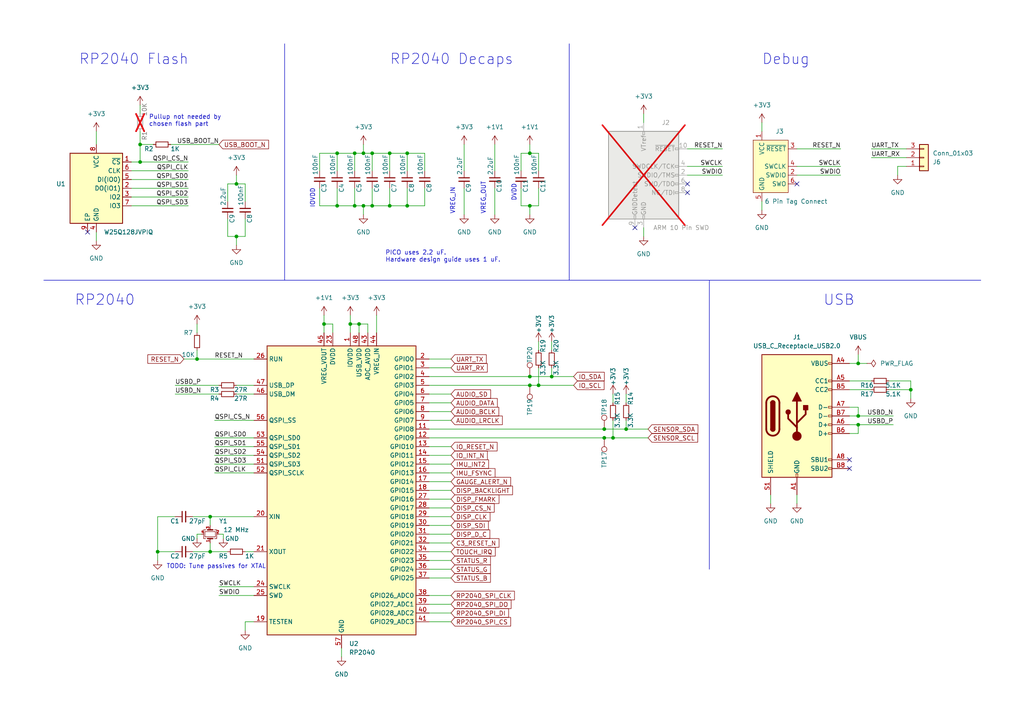
<source format=kicad_sch>
(kicad_sch (version 20230121) (generator eeschema)
  (paper "A4")
  (title_block (title "Kudzu") (date "2023-09-26") (rev "1") (company "Copyright 2023 The Pigweed Authors"))
  (lib_symbols
    (symbol "Connector:Conn_ARM_JTAG_SWD_10" (pin_names (offset 1.016))
      (property "Reference" "J" (at -2.54 16.51 0))
      (property "Value" "Conn_ARM_JTAG_SWD_10" (at -2.54 13.97 0))
      (symbol "Conn_ARM_JTAG_SWD_10_1_1"
        (pin power_in line (at 0 15.24 270) (length 2.54) (name "VTref") (number "1"))
        (pin open_collector line (at 12.7 7.62 180) (length 2.54) (name "~{RESET}") (number "10"))
        (pin bidirectional line (at 12.7 0 180) (length 2.54) (name "SWDIO/TMS") (number "2"))
        (pin power_in line (at 0 -15.24 90) (length 2.54) (name "GND") (number "3"))
        (pin output line (at 12.7 2.54 180) (length 2.54) (name "SWDCLK/TCK") (number "4"))
        (pin passive line (at 0 -15.24 90) (length 2.54) hide (name "GND") (number "5"))
        (pin input line (at 12.7 -2.54 180) (length 2.54) (name "SWO/TDO") (number "6"))
        (pin no_connect line (at -10.16 0 0) (length 2.54) hide (name "KEY") (number "7"))
        (pin output line (at 12.7 -5.08 180) (length 2.54) (name "NC/TDI") (number "8"))
        (pin passive line (at -2.54 -15.24 90) (length 2.54) (name "GNDDetect") (number "9"))
      )
    )
    (symbol "Connector:Conn_ARM_SWD_TagConnect_TC2030-NL" (in_bom no)
      (property "Reference" "J" (at 2.54 11.43 0))
      (property "Value" "Conn_ARM_SWD_TagConnect_TC2030-NL" (at 2.54 8.89 0))
      (symbol "Conn_ARM_SWD_TagConnect_TC2030-NL_0_0"
        (pin power_in line (at -2.54 10.16 270) (length 2.54) (name "VCC") (number "1"))
        (pin bidirectional line (at 7.62 -2.54 180) (length 2.54) (name "SWDIO") (number "2"))
        (pin open_collector line (at 7.62 5.08 180) (length 2.54) (name "~{RESET}") (number "3"))
        (pin output line (at 7.62 0 180) (length 2.54) (name "SWCLK") (number "4"))
        (pin power_in line (at -2.54 -10.16 90) (length 2.54) (name "GND") (number "5"))
        (pin input line (at 7.62 -5.08 180) (length 2.54) (name "SWO") (number "6"))
      )
    )
    (symbol "Connector:TestPoint" (pin_numbers hide) (pin_names (offset 0.762) hide)
      (property "Reference" "TP" (at 0 6.858 0))
      (property "Value" "TestPoint" (at 0 5.08 0))
      (symbol "TestPoint_1_1"
        (pin passive line (at 0 0 90) (length 2.54) (name "1") (number "1"))
      )
    )
    (symbol "Connector:USB_C_Receptacle_USB2.0" (pin_names (offset 1.016))
      (property "Reference" "J" (at -10.16 19.05 0))
      (property "Value" "USB_C_Receptacle_USB2.0" (at 19.05 19.05 0))
      (symbol "USB_C_Receptacle_USB2.0_1_1"
        (pin passive line (at 0 -22.86 90) (length 5.08) (name "GND") (number "A1"))
        (pin passive line (at 0 -22.86 90) (length 5.08) hide (name "GND") (number "A12"))
        (pin passive line (at 15.24 15.24 180) (length 5.08) (name "VBUS") (number "A4"))
        (pin bidirectional line (at 15.24 10.16 180) (length 5.08) (name "CC1") (number "A5"))
        (pin bidirectional line (at 15.24 -2.54 180) (length 5.08) (name "D+") (number "A6"))
        (pin bidirectional line (at 15.24 2.54 180) (length 5.08) (name "D-") (number "A7"))
        (pin bidirectional line (at 15.24 -12.7 180) (length 5.08) (name "SBU1") (number "A8"))
        (pin passive line (at 15.24 15.24 180) (length 5.08) hide (name "VBUS") (number "A9"))
        (pin passive line (at 0 -22.86 90) (length 5.08) hide (name "GND") (number "B1"))
        (pin passive line (at 0 -22.86 90) (length 5.08) hide (name "GND") (number "B12"))
        (pin passive line (at 15.24 15.24 180) (length 5.08) hide (name "VBUS") (number "B4"))
        (pin bidirectional line (at 15.24 7.62 180) (length 5.08) (name "CC2") (number "B5"))
        (pin bidirectional line (at 15.24 -5.08 180) (length 5.08) (name "D+") (number "B6"))
        (pin bidirectional line (at 15.24 0 180) (length 5.08) (name "D-") (number "B7"))
        (pin bidirectional line (at 15.24 -15.24 180) (length 5.08) (name "SBU2") (number "B8"))
        (pin passive line (at 15.24 15.24 180) (length 5.08) hide (name "VBUS") (number "B9"))
        (pin passive line (at -7.62 -22.86 90) (length 5.08) (name "SHIELD") (number "S1"))
      )
    )
    (symbol "Connector_Generic:Conn_01x03" (pin_names (offset 1.016) hide)
      (property "Reference" "J" (at 0 5.08 0))
      (property "Value" "Conn_01x03" (at 0 -5.08 0))
      (symbol "Conn_01x03_1_1"
        (pin passive line (at -5.08 2.54 0) (length 3.81) (name "Pin_1") (number "1"))
        (pin passive line (at -5.08 0 0) (length 3.81) (name "Pin_2") (number "2"))
        (pin passive line (at -5.08 -2.54 0) (length 3.81) (name "Pin_3") (number "3"))
      )
    )
    (symbol "Device:C_Small" (pin_numbers hide) (pin_names (offset 0.254) hide)
      (property "Reference" "C" (at 0.254 1.778 0))
      (property "Value" "C_Small" (at 0.254 -2.032 0))
      (symbol "C_Small_1_1"
        (pin passive line (at 0 2.54 270) (length 2.032) (name "~") (number "1"))
        (pin passive line (at 0 -2.54 90) (length 2.032) (name "~") (number "2"))
      )
    )
    (symbol "Device:Crystal_GND24_Small" (pin_names (offset 1.016) hide)
      (property "Reference" "Y" (at 1.27 4.445 0))
      (property "Value" "Crystal_GND24_Small" (at 1.27 2.54 0))
      (symbol "Crystal_GND24_Small_1_1"
        (pin passive line (at -2.54 0 0) (length 1.27) (name "1") (number "1"))
        (pin passive line (at 0 -2.54 90) (length 0.635) (name "2") (number "2"))
        (pin passive line (at 2.54 0 180) (length 1.27) (name "3") (number "3"))
        (pin passive line (at 0 2.54 270) (length 0.635) (name "4") (number "4"))
      )
    )
    (symbol "Device:R_Small" (pin_numbers hide) (pin_names (offset 0.254) hide)
      (property "Reference" "R" (at 0.762 0.508 0))
      (property "Value" "R_Small" (at 0.762 -1.016 0))
      (symbol "R_Small_1_1"
        (pin passive line (at 0 2.54 270) (length 0.762) (name "~") (number "1"))
        (pin passive line (at 0 -2.54 90) (length 0.762) (name "~") (number "2"))
      )
    )
    (symbol "MCU_RaspberryPi:RP2040"
      (property "Reference" "U" (at 17.78 45.72 0))
      (property "Value" "RP2040" (at 17.78 43.18 0))
      (symbol "RP2040_1_1"
        (pin power_in line (at 2.54 45.72 270) (length 3.81) (name "IOVDD") (number "1"))
        (pin passive line (at 2.54 45.72 270) (length 3.81) hide (name "IOVDD") (number "10"))
        (pin bidirectional line (at 25.4 17.78 180) (length 3.81) (name "GPIO8") (number "11"))
        (pin bidirectional line (at 25.4 15.24 180) (length 3.81) (name "GPIO9") (number "12"))
        (pin bidirectional line (at 25.4 12.7 180) (length 3.81) (name "GPIO10") (number "13"))
        (pin bidirectional line (at 25.4 10.16 180) (length 3.81) (name "GPIO11") (number "14"))
        (pin bidirectional line (at 25.4 7.62 180) (length 3.81) (name "GPIO12") (number "15"))
        (pin bidirectional line (at 25.4 5.08 180) (length 3.81) (name "GPIO13") (number "16"))
        (pin bidirectional line (at 25.4 2.54 180) (length 3.81) (name "GPIO14") (number "17"))
        (pin bidirectional line (at 25.4 0 180) (length 3.81) (name "GPIO15") (number "18"))
        (pin input line (at -25.4 -38.1 0) (length 3.81) (name "TESTEN") (number "19"))
        (pin bidirectional line (at 25.4 38.1 180) (length 3.81) (name "GPIO0") (number "2"))
        (pin input line (at -25.4 -7.62 0) (length 3.81) (name "XIN") (number "20"))
        (pin passive line (at -25.4 -17.78 0) (length 3.81) (name "XOUT") (number "21"))
        (pin passive line (at 2.54 45.72 270) (length 3.81) hide (name "IOVDD") (number "22"))
        (pin power_in line (at -2.54 45.72 270) (length 3.81) (name "DVDD") (number "23"))
        (pin input line (at -25.4 -27.94 0) (length 3.81) (name "SWCLK") (number "24"))
        (pin bidirectional line (at -25.4 -30.48 0) (length 3.81) (name "SWD") (number "25"))
        (pin input line (at -25.4 38.1 0) (length 3.81) (name "RUN") (number "26"))
        (pin bidirectional line (at 25.4 -2.54 180) (length 3.81) (name "GPIO16") (number "27"))
        (pin bidirectional line (at 25.4 -5.08 180) (length 3.81) (name "GPIO17") (number "28"))
        (pin bidirectional line (at 25.4 -7.62 180) (length 3.81) (name "GPIO18") (number "29"))
        (pin bidirectional line (at 25.4 35.56 180) (length 3.81) (name "GPIO1") (number "3"))
        (pin bidirectional line (at 25.4 -10.16 180) (length 3.81) (name "GPIO19") (number "30"))
        (pin bidirectional line (at 25.4 -12.7 180) (length 3.81) (name "GPIO20") (number "31"))
        (pin bidirectional line (at 25.4 -15.24 180) (length 3.81) (name "GPIO21") (number "32"))
        (pin passive line (at 2.54 45.72 270) (length 3.81) hide (name "IOVDD") (number "33"))
        (pin bidirectional line (at 25.4 -17.78 180) (length 3.81) (name "GPIO22") (number "34"))
        (pin bidirectional line (at 25.4 -20.32 180) (length 3.81) (name "GPIO23") (number "35"))
        (pin bidirectional line (at 25.4 -22.86 180) (length 3.81) (name "GPIO24") (number "36"))
        (pin bidirectional line (at 25.4 -25.4 180) (length 3.81) (name "GPIO25") (number "37"))
        (pin bidirectional line (at 25.4 -30.48 180) (length 3.81) (name "GPIO26_ADC0") (number "38"))
        (pin bidirectional line (at 25.4 -33.02 180) (length 3.81) (name "GPIO27_ADC1") (number "39"))
        (pin bidirectional line (at 25.4 33.02 180) (length 3.81) (name "GPIO2") (number "4"))
        (pin bidirectional line (at 25.4 -35.56 180) (length 3.81) (name "GPIO28_ADC2") (number "40"))
        (pin bidirectional line (at 25.4 -38.1 180) (length 3.81) (name "GPIO29_ADC3") (number "41"))
        (pin passive line (at 2.54 45.72 270) (length 3.81) hide (name "IOVDD") (number "42"))
        (pin power_in line (at 7.62 45.72 270) (length 3.81) (name "ADC_AVDD") (number "43"))
        (pin power_in line (at 10.16 45.72 270) (length 3.81) (name "VREG_IN") (number "44"))
        (pin power_out line (at -5.08 45.72 270) (length 3.81) (name "VREG_VOUT") (number "45"))
        (pin bidirectional line (at -25.4 27.94 0) (length 3.81) (name "USB_DM") (number "46"))
        (pin bidirectional line (at -25.4 30.48 0) (length 3.81) (name "USB_DP") (number "47"))
        (pin power_in line (at 5.08 45.72 270) (length 3.81) (name "USB_VDD") (number "48"))
        (pin passive line (at 2.54 45.72 270) (length 3.81) hide (name "IOVDD") (number "49"))
        (pin bidirectional line (at 25.4 30.48 180) (length 3.81) (name "GPIO3") (number "5"))
        (pin passive line (at -2.54 45.72 270) (length 3.81) hide (name "DVDD") (number "50"))
        (pin bidirectional line (at -25.4 7.62 0) (length 3.81) (name "QSPI_SD3") (number "51"))
        (pin output line (at -25.4 5.08 0) (length 3.81) (name "QSPI_SCLK") (number "52"))
        (pin bidirectional line (at -25.4 15.24 0) (length 3.81) (name "QSPI_SD0") (number "53"))
        (pin bidirectional line (at -25.4 10.16 0) (length 3.81) (name "QSPI_SD2") (number "54"))
        (pin bidirectional line (at -25.4 12.7 0) (length 3.81) (name "QSPI_SD1") (number "55"))
        (pin bidirectional line (at -25.4 20.32 0) (length 3.81) (name "QSPI_SS") (number "56"))
        (pin power_in line (at 0 -45.72 90) (length 3.81) (name "GND") (number "57"))
        (pin bidirectional line (at 25.4 27.94 180) (length 3.81) (name "GPIO4") (number "6"))
        (pin bidirectional line (at 25.4 25.4 180) (length 3.81) (name "GPIO5") (number "7"))
        (pin bidirectional line (at 25.4 22.86 180) (length 3.81) (name "GPIO6") (number "8"))
        (pin bidirectional line (at 25.4 20.32 180) (length 3.81) (name "GPIO7") (number "9"))
      )
    )
    (symbol "Memory_Flash:W25Q32JVZP"
      (property "Reference" "U" (at -6.35 11.43 0))
      (property "Value" "W25Q32JVZP" (at 7.62 11.43 0))
      (symbol "W25Q32JVZP_1_1"
        (pin input line (at -10.16 7.62 0) (length 2.54) (name "~{CS}") (number "1"))
        (pin bidirectional line (at -10.16 0 0) (length 2.54) (name "DO(IO1)") (number "2"))
        (pin bidirectional line (at -10.16 -2.54 0) (length 2.54) (name "IO2") (number "3"))
        (pin power_in line (at 0 -12.7 90) (length 2.54) (name "GND") (number "4"))
        (pin bidirectional line (at -10.16 2.54 0) (length 2.54) (name "DI(IO0)") (number "5"))
        (pin input line (at -10.16 5.08 0) (length 2.54) (name "CLK") (number "6"))
        (pin bidirectional line (at -10.16 -5.08 0) (length 2.54) (name "IO3") (number "7"))
        (pin power_in line (at 0 12.7 270) (length 2.54) (name "VCC") (number "8"))
        (pin passive line (at 2.54 -12.7 90) (length 2.54) (name "EP") (number "9"))
      )
    )
    (symbol "power:+1V1" (power) (pin_names (offset 0))
      (property "Value" "+1V1" (at 0 3.556 0))
      (symbol "+1V1_1_1"
        (pin power_in line (at 0 0 90) (length 0) hide (name "+1V1") (number "1"))
      )
    )
    (symbol "power:+3V3" (power) (pin_names (offset 0))
      (property "Value" "+3V3" (at 0 3.556 0))
      (symbol "+3V3_1_1"
        (pin power_in line (at 0 0 90) (length 0) hide (name "+3V3") (number "1"))
      )
    )
    (symbol "power:GND" (power) (pin_names (offset 0))
      (property "Value" "GND" (at 0 -3.81 0))
      (symbol "GND_1_1"
        (pin power_in line (at 0 0 270) (length 0) hide (name "GND") (number "1"))
      )
    )
    (symbol "power:PWR_FLAG" (power) (pin_numbers hide) (pin_names (offset 0) hide)
      (property "Value" "PWR_FLAG" (at 0 3.81 0))
      (symbol "PWR_FLAG_0_0"
        (pin power_out line (at 0 0 90) (length 0) (name "pwr") (number "1"))
      )
    )
    (symbol "power:VBUS" (power) (pin_names (offset 0))
      (property "Value" "VBUS" (at 0 3.81 0))
      (symbol "VBUS_1_1"
        (pin power_in line (at 0 0 90) (length 0) hide (name "VBUS") (number "1"))
      )
    )
  )
  (junction (at 102.87 44.45))
  (junction (at 68.58 68.58))
  (junction (at 248.92 120.65))
  (junction (at 68.58 53.34))
  (junction (at 153.67 109.22))
  (junction (at 60.96 160.02))
  (junction (at 97.79 59.69))
  (junction (at 156.21 111.76))
  (junction (at 102.87 59.69))
  (junction (at 104.14 93.98))
  (junction (at 160.02 109.22))
  (junction (at 248.92 105.41))
  (junction (at 118.11 59.69))
  (junction (at 118.11 44.45))
  (junction (at 264.16 113.03))
  (junction (at 181.61 124.46))
  (junction (at 57.15 104.14))
  (junction (at 175.26 127))
  (junction (at 93.98 93.98))
  (junction (at 40.64 46.99))
  (junction (at 107.95 44.45))
  (junction (at 248.92 123.19))
  (junction (at 97.79 44.45))
  (junction (at 153.67 111.76))
  (junction (at 107.95 59.69))
  (junction (at 40.64 41.91))
  (junction (at 105.41 59.69))
  (junction (at 60.96 149.86))
  (junction (at 45.72 160.02))
  (junction (at 153.67 44.45))
  (junction (at 105.41 44.45))
  (junction (at 113.03 59.69))
  (junction (at 101.6 93.98))
  (junction (at 113.03 44.45))
  (junction (at 177.8 127))
  (junction (at 175.26 124.46))
  (junction (at 153.67 59.69))
  (no_connect (at 184.15 66.04))
  (no_connect (at 199.39 53.34))
  (no_connect (at 199.39 55.88))
  (no_connect (at 25.4 67.31))
  (no_connect (at 246.38 133.35))
  (no_connect (at 231.14 53.34))
  (no_connect (at 246.38 135.89))
  (wire (pts (xy 134.62 54.61) (xy 134.62 62.23)))
  (wire (pts (xy 123.19 44.45) (xy 123.19 49.53)))
  (wire (pts (xy 73.66 180.34) (xy 71.12 180.34)))
  (wire (pts (xy 124.46 149.86) (xy 130.81 149.86)))
  (wire (pts (xy 124.46 124.46) (xy 175.26 124.46)))
  (polyline (pts (xy 82.55 12.7) (xy 82.55 81.28)))
  (wire (pts (xy 124.46 134.62) (xy 130.81 134.62)))
  (wire (pts (xy 57.15 156.21) (xy 57.15 154.94)))
  (wire (pts (xy 62.23 134.62) (xy 73.66 134.62)))
  (wire (pts (xy 153.67 59.69) (xy 151.13 59.69)))
  (wire (pts (xy 66.04 63.5) (xy 66.04 68.58)))
  (wire (pts (xy 93.98 93.98) (xy 93.98 96.52)))
  (wire (pts (xy 248.92 105.41) (xy 251.46 105.41)))
  (wire (pts (xy 113.03 54.61) (xy 113.03 59.69)))
  (wire (pts (xy 113.03 44.45) (xy 118.11 44.45)))
  (wire (pts (xy 156.21 111.76) (xy 166.37 111.76)))
  (wire (pts (xy 38.1 49.53) (xy 54.61 49.53)))
  (wire (pts (xy 156.21 49.53) (xy 156.21 44.45)))
  (wire (pts (xy 124.46 162.56) (xy 130.81 162.56)))
  (wire (pts (xy 96.52 93.98) (xy 93.98 93.98)))
  (wire (pts (xy 102.87 44.45) (xy 105.41 44.45)))
  (wire (pts (xy 66.04 160.02) (xy 60.96 160.02)))
  (wire (pts (xy 93.98 91.44) (xy 93.98 93.98)))
  (wire (pts (xy 118.11 44.45) (xy 118.11 49.53)))
  (wire (pts (xy 124.46 139.7) (xy 130.81 139.7)))
  (wire (pts (xy 57.15 104.14) (xy 73.66 104.14)))
  (wire (pts (xy 231.14 50.8) (xy 243.84 50.8)))
  (wire (pts (xy 177.8 121.92) (xy 177.8 127)))
  (wire (pts (xy 92.71 44.45) (xy 92.71 49.53)))
  (wire (pts (xy 153.67 44.45) (xy 151.13 44.45)))
  (wire (pts (xy 124.46 119.38) (xy 130.81 119.38)))
  (wire (pts (xy 151.13 59.69) (xy 151.13 54.61)))
  (wire (pts (xy 97.79 49.53) (xy 97.79 44.45)))
  (wire (pts (xy 107.95 54.61) (xy 107.95 59.69)))
  (wire (pts (xy 107.95 44.45) (xy 107.95 49.53)))
  (wire (pts (xy 40.64 41.91) (xy 44.45 41.91)))
  (wire (pts (xy 118.11 44.45) (xy 123.19 44.45)))
  (wire (pts (xy 153.67 109.22) (xy 160.02 109.22)))
  (wire (pts (xy 57.15 154.94) (xy 58.42 154.94)))
  (wire (pts (xy 153.67 41.91) (xy 153.67 44.45)))
  (wire (pts (xy 49.53 41.91) (xy 63.5 41.91)))
  (wire (pts (xy 199.39 48.26) (xy 209.55 48.26)))
  (wire (pts (xy 40.64 41.91) (xy 40.64 46.99)))
  (wire (pts (xy 252.73 45.72) (xy 262.89 45.72)))
  (wire (pts (xy 223.52 143.51) (xy 223.52 146.05)))
  (wire (pts (xy 160.02 109.22) (xy 166.37 109.22)))
  (wire (pts (xy 143.51 41.91) (xy 143.51 49.53)))
  (wire (pts (xy 199.39 43.18) (xy 209.55 43.18)))
  (wire (pts (xy 124.46 137.16) (xy 130.81 137.16)))
  (wire (pts (xy 124.46 121.92) (xy 130.81 121.92)))
  (wire (pts (xy 124.46 106.68) (xy 130.81 106.68)))
  (wire (pts (xy 50.8 111.76) (xy 63.5 111.76)))
  (wire (pts (xy 62.23 129.54) (xy 73.66 129.54)))
  (wire (pts (xy 262.89 48.26) (xy 260.35 48.26)))
  (wire (pts (xy 71.12 68.58) (xy 71.12 63.5)))
  (wire (pts (xy 153.67 59.69) (xy 156.21 59.69)))
  (wire (pts (xy 102.87 44.45) (xy 102.87 49.53)))
  (polyline (pts (xy 165.1 12.7) (xy 165.1 81.28)))
  (wire (pts (xy 96.52 96.52) (xy 96.52 93.98)))
  (wire (pts (xy 124.46 109.22) (xy 153.67 109.22)))
  (polyline (pts (xy 205.74 81.28) (xy 205.74 165.1)))
  (wire (pts (xy 246.38 113.03) (xy 252.73 113.03)))
  (wire (pts (xy 220.98 35.56) (xy 220.98 38.1)))
  (wire (pts (xy 62.23 137.16) (xy 73.66 137.16)))
  (wire (pts (xy 27.94 38.1) (xy 27.94 41.91)))
  (wire (pts (xy 101.6 93.98) (xy 101.6 96.52)))
  (wire (pts (xy 38.1 57.15) (xy 54.61 57.15)))
  (wire (pts (xy 68.58 50.8) (xy 68.58 53.34)))
  (wire (pts (xy 124.46 144.78) (xy 130.81 144.78)))
  (wire (pts (xy 124.46 157.48) (xy 130.81 157.48)))
  (wire (pts (xy 246.38 105.41) (xy 248.92 105.41)))
  (wire (pts (xy 57.15 101.6) (xy 57.15 104.14)))
  (wire (pts (xy 68.58 114.3) (xy 73.66 114.3)))
  (wire (pts (xy 64.77 154.94) (xy 64.77 156.21)))
  (wire (pts (xy 97.79 44.45) (xy 92.71 44.45)))
  (wire (pts (xy 124.46 116.84) (xy 130.81 116.84)))
  (wire (pts (xy 106.68 96.52) (xy 106.68 93.98)))
  (wire (pts (xy 124.46 147.32) (xy 130.81 147.32)))
  (wire (pts (xy 27.94 67.31) (xy 27.94 69.85)))
  (wire (pts (xy 248.92 118.11) (xy 248.92 120.65)))
  (wire (pts (xy 248.92 123.19) (xy 248.92 125.73)))
  (wire (pts (xy 107.95 59.69) (xy 113.03 59.69)))
  (wire (pts (xy 199.39 50.8) (xy 209.55 50.8)))
  (wire (pts (xy 104.14 96.52) (xy 104.14 93.98)))
  (wire (pts (xy 181.61 121.92) (xy 181.61 124.46)))
  (wire (pts (xy 153.67 111.76) (xy 156.21 111.76)))
  (wire (pts (xy 105.41 41.91) (xy 105.41 44.45)))
  (wire (pts (xy 151.13 44.45) (xy 151.13 49.53)))
  (wire (pts (xy 109.22 91.44) (xy 109.22 96.52)))
  (wire (pts (xy 45.72 160.02) (xy 45.72 162.56)))
  (wire (pts (xy 264.16 113.03) (xy 264.16 115.57)))
  (wire (pts (xy 134.62 41.91) (xy 134.62 49.53)))
  (wire (pts (xy 124.46 152.4) (xy 130.81 152.4)))
  (wire (pts (xy 38.1 46.99) (xy 40.64 46.99)))
  (wire (pts (xy 45.72 149.86) (xy 50.8 149.86)))
  (wire (pts (xy 60.96 149.86) (xy 60.96 152.4)))
  (wire (pts (xy 62.23 132.08) (xy 73.66 132.08)))
  (wire (pts (xy 123.19 54.61) (xy 123.19 59.69)))
  (wire (pts (xy 124.46 167.64) (xy 130.81 167.64)))
  (wire (pts (xy 257.81 113.03) (xy 264.16 113.03)))
  (wire (pts (xy 105.41 59.69) (xy 107.95 59.69)))
  (wire (pts (xy 231.14 43.18) (xy 243.84 43.18)))
  (wire (pts (xy 248.92 120.65) (xy 246.38 120.65)))
  (wire (pts (xy 38.1 54.61) (xy 54.61 54.61)))
  (wire (pts (xy 71.12 53.34) (xy 71.12 58.42)))
  (wire (pts (xy 181.61 124.46) (xy 187.96 124.46)))
  (wire (pts (xy 62.23 127) (xy 73.66 127)))
  (wire (pts (xy 107.95 44.45) (xy 113.03 44.45)))
  (wire (pts (xy 63.5 172.72) (xy 73.66 172.72)))
  (wire (pts (xy 53.34 104.14) (xy 57.15 104.14)))
  (wire (pts (xy 160.02 106.68) (xy 160.02 109.22)))
  (wire (pts (xy 97.79 59.69) (xy 102.87 59.69)))
  (wire (pts (xy 68.58 53.34) (xy 71.12 53.34)))
  (wire (pts (xy 257.81 110.49) (xy 264.16 110.49)))
  (wire (pts (xy 175.26 124.46) (xy 181.61 124.46)))
  (wire (pts (xy 102.87 59.69) (xy 105.41 59.69)))
  (wire (pts (xy 57.15 93.98) (xy 57.15 96.52)))
  (wire (pts (xy 60.96 157.48) (xy 60.96 160.02)))
  (wire (pts (xy 40.64 38.1) (xy 40.64 41.91)))
  (wire (pts (xy 66.04 58.42) (xy 66.04 53.34)))
  (wire (pts (xy 40.64 30.48) (xy 40.64 33.02)))
  (wire (pts (xy 68.58 68.58) (xy 68.58 71.12)))
  (wire (pts (xy 186.69 66.04) (xy 186.69 68.58)))
  (wire (pts (xy 66.04 68.58) (xy 68.58 68.58)))
  (wire (pts (xy 124.46 111.76) (xy 153.67 111.76)))
  (wire (pts (xy 38.1 59.69) (xy 54.61 59.69)))
  (wire (pts (xy 99.06 187.96) (xy 99.06 190.5)))
  (wire (pts (xy 124.46 177.8) (xy 130.81 177.8)))
  (wire (pts (xy 124.46 160.02) (xy 130.81 160.02)))
  (wire (pts (xy 102.87 54.61) (xy 102.87 59.69)))
  (wire (pts (xy 55.88 160.02) (xy 60.96 160.02)))
  (wire (pts (xy 156.21 99.06) (xy 156.21 101.6)))
  (wire (pts (xy 63.5 170.18) (xy 73.66 170.18)))
  (wire (pts (xy 220.98 58.42) (xy 220.98 60.96)))
  (wire (pts (xy 246.38 110.49) (xy 252.73 110.49)))
  (wire (pts (xy 124.46 154.94) (xy 130.81 154.94)))
  (wire (pts (xy 62.23 121.92) (xy 73.66 121.92)))
  (wire (pts (xy 124.46 165.1) (xy 130.81 165.1)))
  (wire (pts (xy 68.58 68.58) (xy 71.12 68.58)))
  (wire (pts (xy 104.14 93.98) (xy 101.6 93.98)))
  (wire (pts (xy 124.46 175.26) (xy 130.81 175.26)))
  (wire (pts (xy 92.71 59.69) (xy 97.79 59.69)))
  (wire (pts (xy 40.64 46.99) (xy 54.61 46.99)))
  (wire (pts (xy 92.71 54.61) (xy 92.71 59.69)))
  (wire (pts (xy 153.67 59.69) (xy 153.67 62.23)))
  (wire (pts (xy 260.35 48.26) (xy 260.35 50.8)))
  (wire (pts (xy 124.46 104.14) (xy 130.81 104.14)))
  (wire (pts (xy 248.92 120.65) (xy 259.08 120.65)))
  (wire (pts (xy 124.46 180.34) (xy 130.81 180.34)))
  (wire (pts (xy 55.88 149.86) (xy 60.96 149.86)))
  (wire (pts (xy 177.8 114.3) (xy 177.8 116.84)))
  (wire (pts (xy 186.69 33.02) (xy 186.69 35.56)))
  (wire (pts (xy 177.8 127) (xy 187.96 127)))
  (wire (pts (xy 124.46 132.08) (xy 130.81 132.08)))
  (wire (pts (xy 264.16 110.49) (xy 264.16 113.03)))
  (wire (pts (xy 246.38 118.11) (xy 248.92 118.11)))
  (wire (pts (xy 156.21 44.45) (xy 153.67 44.45)))
  (wire (pts (xy 246.38 123.19) (xy 248.92 123.19)))
  (wire (pts (xy 97.79 54.61) (xy 97.79 59.69)))
  (wire (pts (xy 248.92 123.19) (xy 259.08 123.19)))
  (wire (pts (xy 50.8 160.02) (xy 45.72 160.02)))
  (wire (pts (xy 66.04 53.34) (xy 68.58 53.34)))
  (wire (pts (xy 124.46 129.54) (xy 130.81 129.54)))
  (wire (pts (xy 143.51 54.61) (xy 143.51 62.23)))
  (wire (pts (xy 124.46 114.3) (xy 130.81 114.3)))
  (wire (pts (xy 181.61 114.3) (xy 181.61 116.84)))
  (wire (pts (xy 73.66 149.86) (xy 60.96 149.86)))
  (wire (pts (xy 118.11 54.61) (xy 118.11 59.69)))
  (wire (pts (xy 71.12 180.34) (xy 71.12 182.88)))
  (wire (pts (xy 248.92 125.73) (xy 246.38 125.73)))
  (wire (pts (xy 50.8 114.3) (xy 63.5 114.3)))
  (wire (pts (xy 175.26 127) (xy 177.8 127)))
  (wire (pts (xy 68.58 111.76) (xy 73.66 111.76)))
  (wire (pts (xy 63.5 154.94) (xy 64.77 154.94)))
  (wire (pts (xy 105.41 59.69) (xy 105.41 62.23)))
  (wire (pts (xy 156.21 59.69) (xy 156.21 54.61)))
  (wire (pts (xy 38.1 52.07) (xy 54.61 52.07)))
  (wire (pts (xy 106.68 93.98) (xy 104.14 93.98)))
  (wire (pts (xy 105.41 44.45) (xy 107.95 44.45)))
  (wire (pts (xy 248.92 102.87) (xy 248.92 105.41)))
  (wire (pts (xy 45.72 149.86) (xy 45.72 160.02)))
  (wire (pts (xy 124.46 142.24) (xy 130.81 142.24)))
  (wire (pts (xy 124.46 127) (xy 175.26 127)))
  (wire (pts (xy 113.03 59.69) (xy 118.11 59.69)))
  (wire (pts (xy 101.6 91.44) (xy 101.6 93.98)))
  (wire (pts (xy 97.79 44.45) (xy 102.87 44.45)))
  (wire (pts (xy 156.21 106.68) (xy 156.21 111.76)))
  (wire (pts (xy 231.14 48.26) (xy 243.84 48.26)))
  (wire (pts (xy 252.73 43.18) (xy 262.89 43.18)))
  (wire (pts (xy 73.66 160.02) (xy 71.12 160.02)))
  (wire (pts (xy 231.14 143.51) (xy 231.14 146.05)))
  (wire (pts (xy 118.11 59.69) (xy 123.19 59.69)))
  (polyline (pts (xy 12.7 81.28) (xy 284.48 81.28)))
  (wire (pts (xy 124.46 172.72) (xy 130.81 172.72)))
  (wire (pts (xy 160.02 99.06) (xy 160.02 101.6)))
  (wire (pts (xy 113.03 44.45) (xy 113.03 49.53)))
  (text "Debug\n" (at 220.98 19.05 0) (effects (font (size 3 3)) (justify left bottom)))
  (text "RP2040 Decaps\n" (at 113.03 19.05 0) (effects (font (size 3 3)) (justify left bottom)))
  (text "RP2040 Flash" (at 22.86 19.05 0) (effects (font (size 3 3)) (justify left bottom)))
  (text "Pullup not needed by\nchosen flash part\n" (at 43.18 36.83 0) (effects (font (size 1.27 1.27)) (justify left bottom)))
  (text "RP2040\n" (at 21.59 88.9 0) (effects (font (size 3 3)) (justify left bottom)))
  (text "VREG_IN\n" (at 132.08 62.23 90) (effects (font (size 1.27 1.27)) (justify left bottom)))
  (text "PICO uses 2.2 uF.\nHardware design guide uses 1 uF." (at 111.76 76.2 0) (effects (font (size 1.27 1.27)) (justify left bottom)))
  (text "VREG_OUT\n" (at 140.97 62.23 90) (effects (font (size 1.27 1.27)) (justify left bottom)))
  (text "TODO: Tune passives for XTAL\n" (at 48.26 165.1 0) (effects (font (size 1.27 1.27)) (justify left bottom)))
  (text "IOVDD" (at 91.44 54.61 90) (effects (font (size 1.27 1.27)) (justify right bottom)))
  (text "DVDD" (at 149.86 58.42 90) (effects (font (size 1.27 1.27)) (justify left bottom)))
  (text "USB" (at 238.76 88.9 0) (effects (font (size 3 3)) (justify left bottom)))
  (label "QSPI_SD3" (at 54.61 59.69 180))
  (label "QSPI_SD1" (at 62.23 129.54 0))
  (label "SWDIO" (at 243.84 50.8 180))
  (label "UART_RX" (at 252.73 45.72 0))
  (label "QSPI_SD2" (at 62.23 132.08 0))
  (label "USBD_P" (at 50.8 111.76 0))
  (label "USBD_N" (at 50.8 114.3 0))
  (label "QSPI_SD0" (at 62.23 127 0))
  (label "SWCLK" (at 243.84 48.26 180))
  (label "USB_BOOT_N" (at 63.5 41.91 180))
  (label "UART_TX" (at 252.73 43.18 0))
  (label "RESET_N" (at 62.23 104.14 0))
  (label "SWCLK" (at 209.55 48.26 180))
  (label "SWCLK" (at 63.5 170.18 0))
  (label "QSPI_SD2" (at 54.61 57.15 180))
  (label "QSPI_SD3" (at 62.23 134.62 0))
  (label "USBD_N" (at 259.08 120.65 180))
  (label "QSPI_CS_N" (at 54.61 46.99 180))
  (label "SWDIO" (at 209.55 50.8 180))
  (label "QSPI_CS_N" (at 62.23 121.92 0))
  (label "SWDIO" (at 63.5 172.72 0))
  (label "QSPI_SD0" (at 54.61 52.07 180))
  (label "QSPI_CLK" (at 54.61 49.53 180))
  (label "RESET_N" (at 243.84 43.18 180))
  (label "QSPI_SD1" (at 54.61 54.61 180))
  (label "RESET_N" (at 209.55 43.18 180))
  (label "USBD_P" (at 259.08 123.19 180))
  (label "QSPI_CLK" (at 62.23 137.16 0))
  (global_label "STATUS_B" (shape input) (at 130.81 167.64 0) (property "Intersheetrefs" "${INTERSHEET_REFS}" (effects hide)))
  (global_label "C3_RESET_N" (shape input) (at 130.81 157.48 0) (property "Intersheetrefs" "${INTERSHEET_REFS}" (effects hide)))
  (global_label "IO_INT_N" (shape input) (at 130.81 132.08 0) (property "Intersheetrefs" "${INTERSHEET_REFS}" (effects hide)))
  (global_label "RP2040_SPI_CLK" (shape input) (at 130.81 172.72 0) (property "Intersheetrefs" "${INTERSHEET_REFS}" (effects hide)))
  (global_label "AUDIO_SD" (shape input) (at 130.81 114.3 0) (property "Intersheetrefs" "${INTERSHEET_REFS}" (effects hide)))
  (global_label "AUDIO_LRCLK" (shape input) (at 130.81 121.92 0) (property "Intersheetrefs" "${INTERSHEET_REFS}" (effects hide)))
  (global_label "IO_RESET_N" (shape input) (at 130.81 129.54 0) (property "Intersheetrefs" "${INTERSHEET_REFS}" (effects hide)))
  (global_label "AUDIO_DATA" (shape input) (at 130.81 116.84 0) (property "Intersheetrefs" "${INTERSHEET_REFS}" (effects hide)))
  (global_label "USB_BOOT_N" (shape input) (at 63.5 41.91 0) (property "Intersheetrefs" "${INTERSHEET_REFS}" (effects hide)))
  (global_label "DISP_D_C" (shape input) (at 130.81 154.94 0) (property "Intersheetrefs" "${INTERSHEET_REFS}" (effects hide)))
  (global_label "SENSOR_SCL" (shape input) (at 187.96 127 0) (property "Intersheetrefs" "${INTERSHEET_REFS}" (effects hide)))
  (global_label "DISP_CS_N" (shape input) (at 130.81 147.32 0) (property "Intersheetrefs" "${INTERSHEET_REFS}" (effects hide)))
  (global_label "DISP_CLK" (shape input) (at 130.81 149.86 0) (property "Intersheetrefs" "${INTERSHEET_REFS}" (effects hide)))
  (global_label "DISP_SDI" (shape input) (at 130.81 152.4 0) (property "Intersheetrefs" "${INTERSHEET_REFS}" (effects hide)))
  (global_label "RP2040_SPI_CS" (shape input) (at 130.81 180.34 0) (property "Intersheetrefs" "${INTERSHEET_REFS}" (effects hide)))
  (global_label "DISP_FMARK" (shape input) (at 130.81 144.78 0) (property "Intersheetrefs" "${INTERSHEET_REFS}" (effects hide)))
  (global_label "GAUGE_ALERT_N" (shape input) (at 130.81 139.7 0) (property "Intersheetrefs" "${INTERSHEET_REFS}" (effects hide)))
  (global_label "IMU_FSYNC" (shape input) (at 130.81 137.16 0) (property "Intersheetrefs" "${INTERSHEET_REFS}" (effects hide)))
  (global_label "TOUCH_IRQ" (shape input) (at 130.81 160.02 0) (property "Intersheetrefs" "${INTERSHEET_REFS}" (effects hide)))
  (global_label "IO_SDA" (shape input) (at 166.37 109.22 0) (property "Intersheetrefs" "${INTERSHEET_REFS}" (effects hide)))
  (global_label "DISP_BACKLIGHT" (shape input) (at 130.81 142.24 0) (property "Intersheetrefs" "${INTERSHEET_REFS}" (effects hide)))
  (global_label "IO_SCL" (shape input) (at 166.37 111.76 0) (property "Intersheetrefs" "${INTERSHEET_REFS}" (effects hide)))
  (global_label "UART_RX" (shape input) (at 130.81 106.68 0) (property "Intersheetrefs" "${INTERSHEET_REFS}" (effects hide)))
  (global_label "RESET_N" (shape input) (at 53.34 104.14 180) (property "Intersheetrefs" "${INTERSHEET_REFS}" (effects hide)))
  (global_label "SENSOR_SDA" (shape input) (at 187.96 124.46 0) (property "Intersheetrefs" "${INTERSHEET_REFS}" (effects hide)))
  (global_label "UART_TX" (shape input) (at 130.81 104.14 0) (property "Intersheetrefs" "${INTERSHEET_REFS}" (effects hide)))
  (global_label "RP2040_SPI_DO" (shape input) (at 130.81 175.26 0) (property "Intersheetrefs" "${INTERSHEET_REFS}" (effects hide)))
  (global_label "AUDIO_BCLK" (shape input) (at 130.81 119.38 0) (property "Intersheetrefs" "${INTERSHEET_REFS}" (effects hide)))
  (global_label "STATUS_G" (shape input) (at 130.81 165.1 0) (property "Intersheetrefs" "${INTERSHEET_REFS}" (effects hide)))
  (global_label "IMU_INT2" (shape input) (at 130.81 134.62 0) (property "Intersheetrefs" "${INTERSHEET_REFS}" (effects hide)))
  (global_label "STATUS_R" (shape input) (at 130.81 162.56 0) (property "Intersheetrefs" "${INTERSHEET_REFS}" (effects hide)))
  (global_label "RP2040_SPI_DI" (shape input) (at 130.81 177.8 0) (property "Intersheetrefs" "${INTERSHEET_REFS}" (effects hide)))
  (symbol (lib_id "power:+3V3") (at 134.62 41.91 0) (unit 1)
    (property "Reference" "#PWR018" (effects hide))
    (property "Value" "+3V3" (at 134.62 36.83 0))
    (instances (project "kudzu" (path "" (reference "#PWR018") (unit 1)) (path "" (reference "#PWR019") (unit 1))))
  )
  (symbol (lib_id "power:+3V3") (at 177.8 114.3 0) (unit 1)
    (property "Reference" "#PWR060" (effects hide))
    (property "Value" "+3V3" (at 177.8 109.22 90))
    (instances (project "kudzu" (path "" (reference "#PWR060") (unit 1)) (path "" (reference "#PWR023") (unit 1))))
  )
  (symbol (lib_id "power:GND") (at 68.58 71.12 0) (unit 1)
    (property "Reference" "#PWR014" (effects hide))
    (property "Value" "GND" (at 68.58 76.2 0))
    (instances (project "kudzu" (path "" (reference "#PWR014") (unit 1)) (path "" (reference "#PWR0101") (unit 1))))
  )
  (symbol (lib_id "power:+3V3") (at 186.69 33.02 0) (unit 1)
    (property "Reference" "#PWR018" (effects hide))
    (property "Value" "+3V3" (at 186.69 27.94 0))
    (instances (project "kudzu" (path "" (reference "#PWR018") (unit 1)) (path "" (reference "#PWR07") (unit 1))))
  )
  (symbol (lib_id "power:GND") (at 264.16 115.57 0) (unit 1)
    (property "Reference" "#PWR067" (effects hide))
    (property "Value" "GND" (at 264.16 120.65 0))
  )
  (symbol (lib_id "Device:C_Small") (at 92.71 52.07 0) (unit 1)
    (property "Reference" "C3" (at 93.98 55.88 90) (effects (justify left)))
    (property "Value" "100nF" (at 91.44 50.8 90) (effects (justify left)))
    (property "Footprint" "Capacitor_SMD:C_0603_1608Metric" (effects hide))
    (property "Price @ 10" "0.01200" (effects hide))
    (property "Price @ 25" "0.00856" (effects hide))
    (property "DigiKey PN" "1276-1000-2-ND" (effects hide))
  )
  (symbol (lib_id "Device:R_Small") (at 68.58 160.02 90) (unit 1)
    (property "Reference" "R5" (at 64.77 161.29 90))
    (property "Value" "1K" (at 72.39 161.29 90))
    (property "Footprint" "Resistor_SMD:R_0603_1608Metric" (effects hide))
    (property "Price @ 10" "0.01400" (effects hide))
    (property "Price @ 25" "0.00860" (effects hide))
    (property "DigiKey PN" "RMCF0603FT1K00TR-ND" (effects hide))
  )
  (symbol (lib_id "power:+3V3") (at 57.15 93.98 0) (unit 1)
    (property "Reference" "#PWR017" (effects hide))
    (property "Value" "+3V3" (at 57.15 88.9 0))
    (instances (project "kudzu" (path "" (reference "#PWR017") (unit 1)) (path "" (reference "#PWR086") (unit 1))))
  )
  (symbol (lib_id "power:+3V3") (at 40.64 30.48 0) (unit 1)
    (property "Reference" "#PWR05" (effects hide))
    (property "Value" "+3V3" (at 40.64 25.4 0))
    (instances (project "kudzu" (path "" (reference "#PWR05") (unit 1)) (path "" (reference "#PWR011") (unit 1))))
  )
  (symbol (lib_id "power:GND") (at 153.67 62.23 0) (unit 1)
    (property "Reference" "#PWR024" (effects hide))
    (property "Value" "GND" (at 153.67 67.31 0))
    (instances (project "kudzu" (path "" (reference "#PWR024") (unit 1)) (path "" (reference "#PWR078") (unit 1))))
  )
  (symbol (lib_id "Connector:TestPoint") (at 175.26 124.46 0) (unit 1)
    (property "Reference" "TP18" (at 175.26 118.11 90))
    (property "Value" "SENSOR_SDA" (effects hide))
    (property "Footprint" "TestPoint:TestPoint_Pad_D1.0mm" (effects hide))
  )
  (symbol (lib_id "power:GND") (at 220.98 60.96 0) (unit 1)
    (property "Reference" "#PWR08" (effects hide))
    (property "Value" "GND" (at 220.98 66.04 0))
    (instances (project "kudzu" (path "" (reference "#PWR08") (unit 1)) (path "" (reference "#PWR010") (unit 1))))
  )
  (symbol (lib_id "power:GND") (at 260.35 50.8 0) (unit 1)
    (property "Reference" "#PWR056" (effects hide))
    (property "Value" "GND" (at 260.35 55.88 0))
  )
  (symbol (lib_id "Device:C_Small") (at 118.11 52.07 0) (unit 1)
    (property "Reference" "C8" (at 119.38 55.88 90) (effects (justify left)))
    (property "Value" "100nF" (at 116.84 50.8 90) (effects (justify left)))
    (property "Footprint" "Capacitor_SMD:C_0603_1608Metric" (effects hide))
    (property "Price @ 10" "0.01200" (effects hide))
    (property "Price @ 25" "0.00856" (effects hide))
    (property "DigiKey PN" "1276-1000-2-ND" (effects hide))
  )
  (symbol (lib_id "Device:C_Small") (at 71.12 60.96 0) (unit 1)
    (property "Reference" "C8" (at 72.39 64.77 90) (effects (justify left)))
    (property "Value" "100nF" (at 69.85 59.69 90) (effects (justify left)))
    (property "Footprint" "Capacitor_SMD:C_0603_1608Metric" (effects hide))
    (property "Price @ 10" "0.01200" (effects hide))
    (property "Price @ 25" "0.00856" (effects hide))
    (property "DigiKey PN" "1276-1000-2-ND" (effects hide))
    (instances (project "kudzu" (path "" (reference "C8") (unit 1)) (path "" (reference "C28") (unit 1))))
  )
  (symbol (lib_id "power:GND") (at 186.69 68.58 0) (unit 1)
    (property "Reference" "#PWR010" (effects hide))
    (property "Value" "GND" (at 186.69 73.66 0))
    (instances (project "kudzu" (path "" (reference "#PWR010") (unit 1)) (path "" (reference "#PWR08") (unit 1))))
  )
  (symbol (lib_id "Device:C_Small") (at 107.95 52.07 0) (unit 1)
    (property "Reference" "C6" (at 109.22 55.88 90) (effects (justify left)))
    (property "Value" "100nF" (at 106.68 50.8 90) (effects (justify left)))
    (property "Footprint" "Capacitor_SMD:C_0603_1608Metric" (effects hide))
    (property "Price @ 10" "0.01200" (effects hide))
    (property "Price @ 25" "0.00856" (effects hide))
    (property "DigiKey PN" "1276-1000-2-ND" (effects hide))
  )
  (symbol (lib_id "power:GND") (at 45.72 162.56 0) (unit 1)
    (property "Reference" "#PWR011" (effects hide))
    (property "Value" "GND" (at 45.72 167.64 0))
    (instances (project "kudzu" (path "" (reference "#PWR011") (unit 1)) (path "" (reference "#PWR05") (unit 1))))
  )
  (symbol (lib_id "power:+3V3") (at 101.6 91.44 0) (unit 1)
    (property "Reference" "#PWR017" (effects hide))
    (property "Value" "+3V3" (at 101.6 86.36 0))
    (instances (project "kudzu" (path "" (reference "#PWR017") (unit 1)) (path "" (reference "#PWR015") (unit 1))))
  )
  (symbol (lib_id "power:VBUS") (at 248.92 102.87 0) (unit 1)
    (property "Reference" "#PWR06" (effects hide))
    (property "Value" "VBUS" (at 248.92 97.79 0))
  )
  (symbol (lib_id "power:+1V1") (at 93.98 91.44 0) (unit 1)
    (property "Reference" "#PWR015" (effects hide))
    (property "Value" "+1V1" (at 93.98 86.36 0))
    (instances (project "kudzu" (path "" (reference "#PWR015") (unit 1)) (path "" (reference "#PWR013") (unit 1))))
  )
  (symbol (lib_id "Device:R_Small") (at 66.04 114.3 90) (unit 1)
    (property "Reference" "R4" (at 62.23 115.57 90))
    (property "Value" "27R" (at 69.85 115.57 90))
    (property "Footprint" "Resistor_SMD:R_0603_1608Metric" (effects hide))
    (property "Price @ 10" "0.01800" (effects hide))
    (property "Price @ 25" "0.01060" (effects hide))
    (property "DigiKey PN" "311-27.0HRTR-ND" (effects hide))
  )
  (symbol (lib_id "Device:C_Small") (at 113.03 52.07 0) (unit 1)
    (property "Reference" "C7" (at 114.3 55.88 90) (effects (justify left)))
    (property "Value" "100nF" (at 111.76 50.8 90) (effects (justify left)))
    (property "Footprint" "Capacitor_SMD:C_0603_1608Metric" (effects hide))
    (property "Price @ 10" "0.01200" (effects hide))
    (property "Price @ 25" "0.00856" (effects hide))
    (property "DigiKey PN" "1276-1000-2-ND" (effects hide))
  )
  (symbol (lib_id "power:+3V3") (at 109.22 91.44 0) (unit 1)
    (property "Reference" "#PWR020" (effects hide))
    (property "Value" "+3V3" (at 109.22 86.36 0))
    (instances (project "kudzu" (path "" (reference "#PWR020") (unit 1)) (path "" (reference "#PWR016") (unit 1))))
  )
  (symbol (lib_id "Device:C_Small") (at 53.34 160.02 90) (unit 1)
    (property "Reference" "C2" (at 52.07 161.29 90) (effects (justify left)))
    (property "Value" "27pF" (at 59.69 161.29 90) (effects (justify left)))
    (property "Footprint" "Capacitor_SMD:C_0603_1608Metric" (effects hide))
    (property "Price @ 10" "0.03400" (effects hide))
    (property "Price @ 25" "0.01880" (effects hide))
    (property "DigiKey PN" "13-CC0603JPNPO9BN270CT-ND" (effects hide))
  )
  (symbol (lib_id "Device:R_Small") (at 255.27 113.03 90) (unit 1)
    (property "Reference" "R17" (at 251.46 114.3 90))
    (property "Value" "5.1K" (at 259.08 114.3 90))
    (property "Footprint" "Resistor_SMD:R_0603_1608Metric" (effects hide))
    (property "Price @ 10" "0.01800" (effects hide))
    (property "Price @ 25" "0.01060" (effects hide))
    (property "DigiKey PN" "311-5.10KHRTR-ND" (effects hide))
  )
  (symbol (lib_id "Device:R_Small") (at 255.27 110.49 90) (unit 1)
    (property "Reference" "R16" (at 251.46 111.76 90))
    (property "Value" "5.1K" (at 259.08 111.76 90))
    (property "Footprint" "Resistor_SMD:R_0603_1608Metric" (effects hide))
    (property "Price @ 10" "0.01800" (effects hide))
    (property "Price @ 25" "0.01060" (effects hide))
    (property "DigiKey PN" "311-5.10KHRTR-ND" (effects hide))
  )
  (symbol (lib_id "power:+3V3") (at 156.21 99.06 0) (unit 1)
    (property "Reference" "#PWR077" (effects hide))
    (property "Value" "+3V3" (at 156.21 93.98 90))
    (instances (project "kudzu" (path "" (reference "#PWR077") (unit 1)) (path "" (reference "#PWR024") (unit 1))))
  )
  (symbol (lib_id "Connector:USB_C_Receptacle_USB2.0") (at 231.14 120.65 0) (unit 1)
    (property "Reference" "J1" (at 231.14 97.79 0))
    (property "Value" "USB_C_Receptacle_USB2.0" (at 231.14 100.33 0))
    (property "Footprint" "Connector_USB:USB_C_Receptacle_GCT_USB4105-xx-A_16P_TopMnt_Horizontal" (effects hide))
    (property "Datasheet" "https://www.usb.org/sites/default/files/documents/usb_type-c.zip" (effects hide))
    (property "DigiKey PN" "2073-USB4105-GF-ATR-ND" (effects hide))
    (property "Price @ 10" "0.68800" (effects hide))
    (property "Price @ 25" "0.66000" (effects hide))
  )
  (symbol (lib_id "Device:C_Small") (at 134.62 52.07 0) (unit 1)
    (property "Reference" "C9" (at 135.89 55.88 90) (effects (justify left)))
    (property "Value" "2.2uF" (at 133.35 50.8 90) (effects (justify left)))
    (property "Footprint" "Capacitor_SMD:C_0603_1608Metric" (effects hide))
    (property "Price @ 10" "0.03460" (effects hide))
    (property "Price @ 25" "0.02830" (effects hide))
    (property "DigiKey PN" "1276-1040-2-ND" (effects hide))
  )
  (symbol (lib_id "Device:Crystal_GND24_Small") (at 60.96 154.94 90) (unit 1)
    (property "Reference" "Y1" (at 63.5 151.13 90) (effects (justify right)))
    (property "Value" "12 MHz" (at 64.77 153.67 90) (effects (justify right)))
    (property "Footprint" "Crystal:Crystal_SMD_3225-4Pin_3.2x2.5mm" (effects hide))
    (property "Price @ 10" "0.19500" (effects hide))
    (property "Price @ 25" "0.17580" (effects hide))
    (property "DigiKey PN" "2151-RH100-12.000-12-1010-EXT-TRCT-ND" (effects hide))
  )
  (symbol (lib_id "power:+3V3") (at 160.02 99.06 0) (unit 1)
    (property "Reference" "#PWR078" (effects hide))
    (property "Value" "+3V3" (at 160.02 93.98 90))
    (instances (project "kudzu" (path "" (reference "#PWR078") (unit 1)) (path "" (reference "#PWR060") (unit 1))))
  )
  (symbol (lib_id "Connector:Conn_ARM_JTAG_SWD_10") (at 186.69 50.8 0) (unit 1) (dnp yes)
    (property "Reference" "J2" (at 194.31 35.56 0) (effects (justify right)))
    (property "Value" "ARM 10 Pin SWD" (at 205.74 66.04 0) (effects (justify right)))
    (property "Footprint" "Connector_PinHeader_1.27mm:PinHeader_2x05_P1.27mm_Vertical_SMD" (effects hide))
    (property "Datasheet" "http://infocenter.arm.com/help/topic/com.arm.doc.ddi0314h/DDI0314H_coresight_components_trm.pdf" (effects hide))
  )
  (symbol (lib_id "Connector:TestPoint") (at 175.26 127 180) (unit 1)
    (property "Reference" "TP17" (at 175.26 133.35 90))
    (property "Value" "SENSOR_SCL" (effects hide))
    (property "Footprint" "TestPoint:TestPoint_Pad_D1.0mm" (effects hide))
  )
  (symbol (lib_id "power:GND") (at 134.62 62.23 0) (unit 1)
    (property "Reference" "#PWR019" (effects hide))
    (property "Value" "GND" (at 134.62 67.31 0))
    (instances (project "kudzu" (path "" (reference "#PWR019") (unit 1)) (path "" (reference "#PWR020") (unit 1))))
  )
  (symbol (lib_id "Device:C_Small") (at 143.51 52.07 0) (unit 1)
    (property "Reference" "C10" (at 144.78 55.88 90) (effects (justify left)))
    (property "Value" "2.2uF" (at 142.24 50.8 90) (effects (justify left)))
    (property "Footprint" "Capacitor_SMD:C_0603_1608Metric" (effects hide))
    (property "Price @ 10" "0.03460" (effects hide))
    (property "Price @ 25" "0.02830" (effects hide))
    (property "DigiKey PN" "1276-1040-2-ND" (effects hide))
  )
  (symbol (lib_id "Device:C_Small") (at 151.13 52.07 0) (unit 1)
    (property "Reference" "C11" (at 152.4 55.88 90) (effects (justify left)))
    (property "Value" "100nF" (at 149.86 50.8 90) (effects (justify left)))
    (property "Footprint" "Capacitor_SMD:C_0603_1608Metric" (effects hide))
    (property "Price @ 10" "0.01200" (effects hide))
    (property "Price @ 25" "0.00856" (effects hide))
    (property "DigiKey PN" "1276-1000-2-ND" (effects hide))
  )
  (symbol (lib_id "Device:C_Small") (at 53.34 149.86 90) (unit 1)
    (property "Reference" "C1" (at 52.07 151.13 90) (effects (justify left)))
    (property "Value" "27pF" (at 59.69 151.13 90) (effects (justify left)))
    (property "Footprint" "Capacitor_SMD:C_0603_1608Metric" (effects hide))
    (property "Price @ 10" "0.03400" (effects hide))
    (property "Price @ 25" "0.01880" (effects hide))
    (property "DigiKey PN" "13-CC0603JPNPO9BN270CT-ND" (effects hide))
  )
  (symbol (lib_id "Connector:TestPoint") (at 153.67 111.76 180) (unit 1)
    (property "Reference" "TP19" (at 153.67 118.11 90))
    (property "Value" "IO_SCL" (effects hide))
    (property "Footprint" "TestPoint:TestPoint_Pad_D1.0mm" (effects hide))
  )
  (symbol (lib_id "Connector:Conn_ARM_SWD_TagConnect_TC2030-NL") (at 223.52 48.26 0) (unit 1) (in_bom no)
    (property "Reference" "J3" (at 227.33 38.1 0) (effects (justify right)))
    (property "Value" "6 Pin Tag Connect" (at 240.03 58.42 0) (effects (justify right)))
    (property "Footprint" "Connector:Tag-Connect_TC2030-IDC-NL_2x03_P1.27mm_Vertical" (effects hide))
    (property "Datasheet" "https://www.tag-connect.com/wp-content/uploads/bsk-pdf-manager/TC2030-CTX_1.pdf" (effects hide))
  )
  (symbol (lib_id "Device:R_Small") (at 160.02 104.14 180) (unit 1)
    (property "Reference" "R20" (at 161.29 100.33 90))
    (property "Value" "3.3K" (at 161.29 106.68 90))
    (property "Footprint" "Resistor_SMD:R_0603_1608Metric" (effects hide))
    (property "Price @ 10" "0.01800" (effects hide))
    (property "Price @ 25" "0.01060" (effects hide))
    (property "DigiKey PN" "311-3.30KHRTR-ND" (effects hide))
  )
  (symbol (lib_id "power:+1V1") (at 153.67 41.91 0) (unit 1)
    (property "Reference" "#PWR023" (effects hide))
    (property "Value" "+1V1" (at 153.67 36.83 0))
    (instances (project "kudzu" (path "" (reference "#PWR023") (unit 1)) (path "" (reference "#PWR077") (unit 1))))
  )
  (symbol (lib_id "power:GND") (at 143.51 62.23 0) (unit 1)
    (property "Reference" "#PWR022" (effects hide))
    (property "Value" "GND" (at 143.51 67.31 0))
  )
  (symbol (lib_id "power:GND") (at 27.94 69.85 0) (unit 1)
    (property "Reference" "#PWR04" (effects hide))
    (property "Value" "GND" (at 27.94 74.93 0))
  )
  (symbol (lib_id "Device:R_Small") (at 57.15 99.06 180) (unit 1)
    (property "Reference" "R7" (at 54.61 96.52 0))
    (property "Value" "10K" (at 54.61 102.87 0))
    (property "Footprint" "Resistor_SMD:R_0603_1608Metric" (effects hide))
    (property "Price @ 10" "0.03240" (effects hide))
    (property "Price @ 25" "0.02380" (effects hide))
    (property "DigiKey PN" "RNCP0603FTD10K0TR-ND" (effects hide))
    (instances (project "kudzu" (path "" (reference "R7") (unit 1)) (path "" (reference "R7") (unit 1)) (path "" (reference "R10") (unit 1))))
  )
  (symbol (lib_id "Device:C_Small") (at 97.79 52.07 0) (unit 1)
    (property "Reference" "C4" (at 99.06 55.88 90) (effects (justify left)))
    (property "Value" "100nF" (at 96.52 50.8 90) (effects (justify left)))
    (property "Footprint" "Capacitor_SMD:C_0603_1608Metric" (effects hide))
    (property "Price @ 10" "0.01200" (effects hide))
    (property "Price @ 25" "0.00856" (effects hide))
    (property "DigiKey PN" "1276-1000-2-ND" (effects hide))
  )
  (symbol (lib_id "power:PWR_FLAG") (at 251.46 105.41 270) (unit 1)
    (property "Reference" "#FLG04" (effects hide))
    (property "Value" "PWR_FLAG" (at 255.27 105.41 90) (effects (justify left)))
  )
  (symbol (lib_id "power:+3V3") (at 27.94 38.1 0) (unit 1)
    (property "Reference" "#PWR03" (effects hide))
    (property "Value" "+3V3" (at 27.94 33.02 0))
  )
  (symbol (lib_id "power:+3V3") (at 68.58 50.8 0) (unit 1)
    (property "Reference" "#PWR013" (effects hide))
    (property "Value" "+3V3" (at 68.58 45.72 0))
    (instances (project "kudzu" (path "" (reference "#PWR013") (unit 1)) (path "" (reference "#PWR0102") (unit 1))))
  )
  (symbol (lib_id "Memory_Flash:W25Q32JVZP") (at 27.94 54.61 0) (mirror y) (unit 1)
    (property "Reference" "U1" (at 19.05 53.34 0) (effects (justify left)))
    (property "Value" "W25Q128JVPIQ" (at 44.45 67.31 0) (effects (justify left)))
    (property "Footprint" "Package_SON:WSON-8-1EP_6x5mm_P1.27mm_EP3.4x4.3mm" (effects hide))
    (property "Datasheet" "http://www.winbond.com/resource-files/w25q32jv%20revg%2003272018%20plus.pdf" (effects hide))
    (property "DigiKey PN" "W25Q128JVPIQ-ND" (effects hide))
    (property "Price @ 10" "1.53200" (effects hide))
    (property "Price @ 25" "1.49080" (effects hide))
  )
  (symbol (lib_id "power:GND") (at 223.52 146.05 0) (unit 1)
    (property "Reference" "#PWR01" (effects hide))
    (property "Value" "GND" (at 223.52 151.13 0))
  )
  (symbol (lib_id "power:GND") (at 57.15 156.21 0) (unit 1)
    (property "Reference" "#PWR011" (effects hide))
    (property "Value" "GND" (at 54.61 156.21 0))
    (instances (project "kudzu" (path "" (reference "#PWR011") (unit 1)) (path "" (reference "#PWR090") (unit 1))))
  )
  (symbol (lib_id "power:+3V3") (at 105.41 41.91 0) (unit 1)
    (property "Reference" "#PWR013" (effects hide))
    (property "Value" "+3V3" (at 105.41 36.83 0))
    (instances (project "kudzu" (path "" (reference "#PWR013") (unit 1)) (path "" (reference "#PWR017") (unit 1))))
  )
  (symbol (lib_id "Device:R_Small") (at 40.64 35.56 180) (unit 1) (dnp yes)
    (property "Reference" "R1" (at 41.91 39.37 90))
    (property "Value" "10K" (at 41.91 31.75 90))
    (property "Footprint" "Resistor_SMD:R_0603_1608Metric" (effects hide))
    (property "Price @ 10" "0.03240" (effects hide))
    (property "Price @ 25" "0.02380" (effects hide))
    (property "DigiKey PN" "RNCP0603FTD10K0TR-ND" (effects hide))
  )
  (symbol (lib_id "Device:R_Small") (at 156.21 104.14 180) (unit 1)
    (property "Reference" "R19" (at 157.48 100.33 90))
    (property "Value" "3.3K" (at 157.48 106.68 90))
    (property "Footprint" "Resistor_SMD:R_0603_1608Metric" (effects hide))
    (property "Price @ 10" "0.01800" (effects hide))
    (property "Price @ 25" "0.01060" (effects hide))
    (property "DigiKey PN" "311-3.30KHRTR-ND" (effects hide))
    (instances (project "kudzu" (path "" (reference "R19") (unit 1)) (path "" (reference "R15") (unit 1))))
  )
  (symbol (lib_id "power:GND") (at 231.14 146.05 0) (unit 1)
    (property "Reference" "#PWR02" (effects hide))
    (property "Value" "GND" (at 231.14 151.13 0))
  )
  (symbol (lib_id "Connector_Generic:Conn_01x03") (at 267.97 45.72 0) (mirror x) (unit 1)
    (property "Reference" "J6" (at 270.51 46.99 0) (effects (justify left)))
    (property "Value" "Conn_01x03" (at 270.51 44.45 0) (effects (justify left)))
    (property "Footprint" "Connector_Harwin:Harwin_M20-89003xx_1x03_P2.54mm_Horizontal" (effects hide))
    (property "Price @ 10" "0.47600" (effects hide))
    (property "Price @ 25" "0.47600" (effects hide))
    (property "DigiKey PN" "952-3264-ND" (effects hide))
  )
  (symbol (lib_id "MCU_RaspberryPi:RP2040") (at 99.06 142.24 0) (unit 1)
    (property "Reference" "U2" (at 101.2541 186.69 0) (effects (justify left)))
    (property "Value" "RP2040" (at 101.2541 189.23 0) (effects (justify left)))
    (property "Footprint" "Package_DFN_QFN:QFN-56-1EP_7x7mm_P0.4mm_EP3.2x3.2mm" (effects hide))
    (property "Datasheet" "https://datasheets.raspberrypi.com/rp2040/rp2040-datasheet.pdf" (effects hide))
    (property "DigiKey PN" "2648-SC0914(13)TR-ND" (effects hide))
    (property "Price @ 10" "0.70" (effects hide))
    (property "Price @ 25" "0.70" (effects hide))
  )
  (symbol (lib_id "power:+3V3") (at 181.61 114.3 0) (unit 1)
    (property "Reference" "#PWR059" (effects hide))
    (property "Value" "+3V3" (at 181.61 109.22 90))
  )
  (symbol (lib_id "power:GND") (at 64.77 156.21 0) (unit 1)
    (property "Reference" "#PWR011" (effects hide))
    (property "Value" "GND" (at 67.31 156.21 0))
    (instances (project "kudzu" (path "" (reference "#PWR011") (unit 1)) (path "" (reference "#PWR092") (unit 1))))
  )
  (symbol (lib_id "Device:C_Small") (at 123.19 52.07 0) (unit 1)
    (property "Reference" "C8" (at 124.46 55.88 90) (effects (justify left)))
    (property "Value" "100nF" (at 121.92 50.8 90) (effects (justify left)))
    (property "Footprint" "Capacitor_SMD:C_0603_1608Metric" (effects hide))
    (property "Price @ 10" "0.01200" (effects hide))
    (property "Price @ 25" "0.00856" (effects hide))
    (property "DigiKey PN" "1276-1000-2-ND" (effects hide))
    (instances (project "kudzu" (path "" (reference "C8") (unit 1)) (path "" (reference "C25") (unit 1))))
  )
  (symbol (lib_id "power:GND") (at 105.41 62.23 0) (unit 1)
    (property "Reference" "#PWR014" (effects hide))
    (property "Value" "GND" (at 105.41 67.31 0))
    (instances (project "kudzu" (path "" (reference "#PWR014") (unit 1)) (path "" (reference "#PWR018") (unit 1))))
  )
  (symbol (lib_id "Device:C_Small") (at 66.04 60.96 0) (unit 1)
    (property "Reference" "C9" (at 67.31 64.77 90) (effects (justify left)))
    (property "Value" "2.2uF" (at 64.77 59.69 90) (effects (justify left)))
    (property "Footprint" "Capacitor_SMD:C_0603_1608Metric" (effects hide))
    (property "Price @ 10" "0.03460" (effects hide))
    (property "Price @ 25" "0.02830" (effects hide))
    (property "DigiKey PN" "1276-1040-2-ND" (effects hide))
    (instances (project "kudzu" (path "" (reference "C9") (unit 1)) (path "" (reference "C27") (unit 1))))
  )
  (symbol (lib_id "power:+1V1") (at 143.51 41.91 0) (unit 1)
    (property "Reference" "#PWR021" (effects hide))
    (property "Value" "+1V1" (at 143.51 36.83 0))
  )
  (symbol (lib_id "power:+3V3") (at 220.98 35.56 0) (unit 1)
    (property "Reference" "#PWR018" (effects hide))
    (property "Value" "+3V3" (at 220.98 30.48 0))
    (instances (project "kudzu" (path "" (reference "#PWR018") (unit 1)) (path "" (reference "#PWR09") (unit 1))))
  )
  (symbol (lib_id "power:GND") (at 99.06 190.5 0) (unit 1)
    (property "Reference" "#PWR016" (effects hide))
    (property "Value" "GND" (at 99.06 195.58 0))
    (instances (project "kudzu" (path "" (reference "#PWR016") (unit 1)) (path "" (reference "#PWR014") (unit 1))))
  )
  (symbol (lib_id "Device:R_Small") (at 177.8 119.38 180) (unit 1)
    (property "Reference" "R15" (at 179.07 115.57 90))
    (property "Value" "3.3K" (at 179.07 121.92 90))
    (property "Footprint" "Resistor_SMD:R_0603_1608Metric" (effects hide))
    (property "Price @ 10" "0.01800" (effects hide))
    (property "Price @ 25" "0.01060" (effects hide))
    (property "DigiKey PN" "311-3.30KHRTR-ND" (effects hide))
    (instances (project "kudzu" (path "" (reference "R15") (unit 1)) (path "" (reference "R14") (unit 1))))
  )
  (symbol (lib_id "Device:R_Small") (at 46.99 41.91 90) (unit 1)
    (property "Reference" "R2" (at 43.18 43.18 90))
    (property "Value" "1K" (at 50.8 43.18 90))
    (property "Footprint" "Resistor_SMD:R_0603_1608Metric" (effects hide))
    (property "Price @ 10" "0.01400" (effects hide))
    (property "Price @ 25" "0.00860" (effects hide))
    (property "DigiKey PN" "RMCF0603FT1K00TR-ND" (effects hide))
  )
  (symbol (lib_id "Device:R_Small") (at 66.04 111.76 90) (unit 1)
    (property "Reference" "R3" (at 62.23 113.03 90))
    (property "Value" "27R" (at 69.85 113.03 90))
    (property "Footprint" "Resistor_SMD:R_0603_1608Metric" (effects hide))
    (property "Price @ 10" "0.01800" (effects hide))
    (property "Price @ 25" "0.01060" (effects hide))
    (property "DigiKey PN" "311-27.0HRTR-ND" (effects hide))
  )
  (symbol (lib_id "power:GND") (at 71.12 182.88 0) (unit 1)
    (property "Reference" "#PWR012" (effects hide))
    (property "Value" "GND" (at 71.12 187.96 0))
  )
  (symbol (lib_id "Device:C_Small") (at 156.21 52.07 0) (unit 1)
    (property "Reference" "C11" (at 157.48 55.88 90) (effects (justify left)))
    (property "Value" "100nF" (at 154.94 50.8 90) (effects (justify left)))
    (property "Footprint" "Capacitor_SMD:C_0603_1608Metric" (effects hide))
    (property "Price @ 10" "0.01200" (effects hide))
    (property "Price @ 25" "0.00856" (effects hide))
    (property "DigiKey PN" "1276-1000-2-ND" (effects hide))
    (instances (project "kudzu" (path "" (reference "C11") (unit 1)) (path "" (reference "C26") (unit 1))))
  )
  (symbol (lib_id "Device:C_Small") (at 102.87 52.07 0) (unit 1)
    (property "Reference" "C5" (at 104.14 55.88 90) (effects (justify left)))
    (property "Value" "100nF" (at 101.6 50.8 90) (effects (justify left)))
    (property "Footprint" "Capacitor_SMD:C_0603_1608Metric" (effects hide))
    (property "Price @ 10" "0.01200" (effects hide))
    (property "Price @ 25" "0.00856" (effects hide))
    (property "DigiKey PN" "1276-1000-2-ND" (effects hide))
  )
  (symbol (lib_id "Connector:TestPoint") (at 153.67 109.22 0) (unit 1)
    (property "Reference" "TP20" (at 153.67 102.87 90))
    (property "Value" "IO_SDA" (effects hide))
    (property "Footprint" "TestPoint:TestPoint_Pad_D1.0mm" (effects hide))
  )
  (symbol (lib_id "Device:R_Small") (at 181.61 119.38 180) (unit 1)
    (property "Reference" "R14" (at 182.88 115.57 90))
    (property "Value" "3.3K" (at 182.88 121.92 90))
    (property "Footprint" "Resistor_SMD:R_0603_1608Metric" (effects hide))
    (property "Price @ 10" "0.01800" (effects hide))
    (property "Price @ 25" "0.01060" (effects hide))
    (property "DigiKey PN" "311-3.30KHRTR-ND" (effects hide))
    (instances (project "kudzu" (path "" (reference "R14") (unit 1)) (path "" (reference "R19") (unit 1))))
  )
)
</source>
